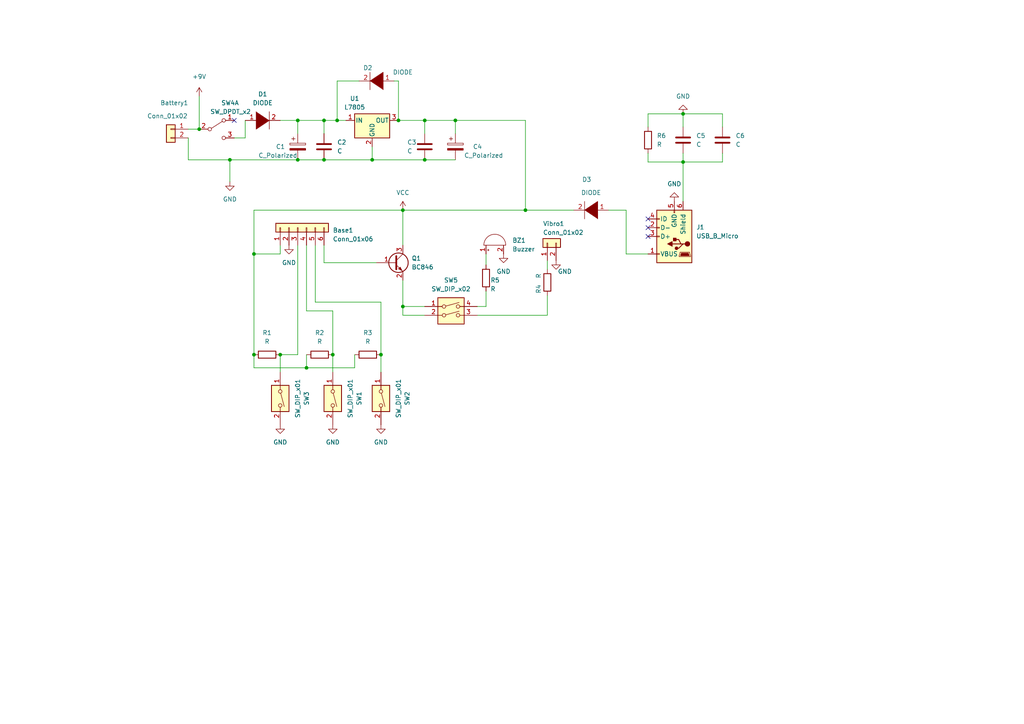
<source format=kicad_sch>
(kicad_sch (version 20210621) (generator eeschema)
  (paper "A4")
  (lib_symbols
    (symbol "Connector:USB_B_Micro" (pin_names (offset 1.016))
      (property "Reference" "J" (at -5.08 11.43 0))
      (property "Value" "USB_B_Micro" (at -5.08 8.89 0))
      (symbol "USB_B_Micro_0_1"
        (circle (center -3.81 2.159) (radius 0.635) (stroke (width 0.254)) (fill (type outline)))
        (circle (center -0.635 3.429) (radius 0.381) (stroke (width 0.254)) (fill (type outline)))
        (rectangle (start -0.127 -7.62) (end 0.127 -6.858))
        (rectangle (start 5.08 -5.207) (end 4.318 -4.953))
        (rectangle (start 5.08 -2.667) (end 4.318 -2.413))
        (rectangle (start 5.08 -0.127) (end 4.318 0.127))
        (rectangle (start 5.08 4.953) (end 4.318 5.207))
        (rectangle (start 0.254 1.27) (end -0.508 0.508) (stroke (width 0.254)) (fill (type outline)))
        (rectangle (start -5.08 -7.62) (end 5.08 7.62) (stroke (width 0.254)) (fill (type background)))
        (polyline (pts (xy -1.905 2.159) (xy 0.635 2.159)) (stroke (width 0.254)))
        (polyline (pts (xy -3.175 2.159) (xy -2.54 2.159) (xy -1.27 3.429) (xy -0.635 3.429)) (stroke (width 0.254)))
        (polyline (pts (xy -2.54 2.159) (xy -1.905 2.159) (xy -1.27 0.889) (xy 0 0.889)) (stroke (width 0.254)))
        (polyline (pts (xy -4.699 5.842) (xy -4.699 5.588) (xy -4.445 4.826) (xy -4.445 4.572) (xy -1.651 4.572) (xy -1.651 4.826) (xy -1.397 5.588) (xy -1.397 5.842) (xy -4.699 5.842)))
        (polyline (pts (xy 0.635 2.794) (xy 0.635 1.524) (xy 1.905 2.159) (xy 0.635 2.794)) (stroke (width 0.254)) (fill (type outline)))
        (polyline (pts (xy -4.318 5.588) (xy -1.778 5.588) (xy -2.032 4.826) (xy -4.064 4.826) (xy -4.318 5.588)) (fill (type outline)))
      )
      (symbol "USB_B_Micro_1_1"
        (pin power_out line (at 7.62 5.08 180) (length 2.54) (name "VBUS") (number "1"))
        (pin bidirectional line (at 7.62 -2.54 180) (length 2.54) (name "D-") (number "2"))
        (pin bidirectional line (at 7.62 0 180) (length 2.54) (name "D+") (number "3"))
        (pin passive line (at 7.62 -5.08 180) (length 2.54) (name "ID") (number "4"))
        (pin power_out line (at 0 -10.16 90) (length 2.54) (name "GND") (number "5"))
        (pin passive line (at -2.54 -10.16 90) (length 2.54) (name "Shield") (number "6"))
      )
    )
    (symbol "Connector_Generic:Conn_01x02" (pin_names (offset 1.016) hide)
      (property "Reference" "J" (at 0 2.54 0))
      (property "Value" "Conn_01x02" (at 0 -5.08 0))
      (symbol "Conn_01x02_1_1"
        (rectangle (start -1.27 -2.413) (end 0 -2.667) (stroke (width 0.1524)))
        (rectangle (start -1.27 0.127) (end 0 -0.127) (stroke (width 0.1524)))
        (rectangle (start -1.27 1.27) (end 1.27 -3.81) (stroke (width 0.254)) (fill (type background)))
        (pin passive line (at -5.08 0 0) (length 3.81) (name "Pin_1") (number "1"))
        (pin passive line (at -5.08 -2.54 0) (length 3.81) (name "Pin_2") (number "2"))
      )
    )
    (symbol "Connector_Generic:Conn_01x02_1" (pin_names (offset 1.016) hide)
      (property "Reference" "Battery1" (at 3.0481 7.62 0))
      (property "Value" "Conn_01x02" (at 6.8581 3.81 0))
      (symbol "Conn_01x02_1_1_1"
        (rectangle (start -1.27 -2.413) (end 0 -2.667) (stroke (width 0.1524)))
        (rectangle (start -1.27 0.127) (end 0 -0.127) (stroke (width 0.1524)))
        (rectangle (start -1.27 1.27) (end 1.27 -3.81) (stroke (width 0.254)) (fill (type background)))
        (pin power_out line (at -5.08 0 0) (length 3.81) (name "Pin_1") (number "1"))
        (pin passive line (at -5.08 -2.54 0) (length 3.81) (name "Pin_2") (number "2"))
      )
    )
    (symbol "Connector_Generic:Conn_01x06" (pin_names (offset 1.016) hide)
      (property "Reference" "J" (at 0 7.62 0))
      (property "Value" "Conn_01x06" (at 0 -10.16 0))
      (symbol "Conn_01x06_1_1"
        (rectangle (start -1.27 -7.493) (end 0 -7.747) (stroke (width 0.1524)))
        (rectangle (start -1.27 -4.953) (end 0 -5.207) (stroke (width 0.1524)))
        (rectangle (start -1.27 -2.413) (end 0 -2.667) (stroke (width 0.1524)))
        (rectangle (start -1.27 0.127) (end 0 -0.127) (stroke (width 0.1524)))
        (rectangle (start -1.27 2.667) (end 0 2.413) (stroke (width 0.1524)))
        (rectangle (start -1.27 5.207) (end 0 4.953) (stroke (width 0.1524)))
        (rectangle (start -1.27 6.35) (end 1.27 -8.89) (stroke (width 0.254)) (fill (type background)))
        (pin passive line (at -5.08 5.08 0) (length 3.81) (name "Pin_1") (number "1"))
        (pin passive line (at -5.08 2.54 0) (length 3.81) (name "Pin_2") (number "2"))
        (pin passive line (at -5.08 0 0) (length 3.81) (name "Pin_3") (number "3"))
        (pin passive line (at -5.08 -2.54 0) (length 3.81) (name "Pin_4") (number "4"))
        (pin passive line (at -5.08 -5.08 0) (length 3.81) (name "Pin_5") (number "5"))
        (pin passive line (at -5.08 -7.62 0) (length 3.81) (name "Pin_6") (number "6"))
      )
    )
    (symbol "Device:Buzzer" (pin_names (offset 0.0254) hide)
      (property "Reference" "BZ" (at 3.81 1.27 0))
      (property "Value" "Buzzer" (at 3.81 -1.27 0))
      (symbol "Buzzer_0_1"
        (arc (start 0 -3.175) (end 0 3.175) (radius (at 0 0) (length 3.175) (angles -89.9 89.9)))
        (polyline (pts (xy -1.651 1.905) (xy -1.143 1.905)))
        (polyline (pts (xy -1.397 2.159) (xy -1.397 1.651)))
        (polyline (pts (xy 0 3.175) (xy 0 -3.175)))
      )
      (symbol "Buzzer_1_1"
        (pin passive line (at -2.54 2.54 0) (length 2.54) (name "-") (number "1"))
        (pin passive line (at -2.54 -2.54 0) (length 2.54) (name "+") (number "2"))
      )
    )
    (symbol "Device:C" (pin_numbers hide) (pin_names (offset 0.254))
      (property "Reference" "C" (at 0.635 2.54 0))
      (property "Value" "C" (at 0.635 -2.54 0))
      (symbol "C_0_1"
        (polyline (pts (xy -2.032 -0.762) (xy 2.032 -0.762)) (stroke (width 0.508)))
        (polyline (pts (xy -2.032 0.762) (xy 2.032 0.762)) (stroke (width 0.508)))
      )
      (symbol "C_1_1"
        (pin passive line (at 0 3.81 270) (length 2.794) (name "~") (number "1"))
        (pin passive line (at 0 -3.81 90) (length 2.794) (name "~") (number "2"))
      )
    )
    (symbol "Device:C_Polarized" (pin_numbers hide) (pin_names (offset 0.254))
      (property "Reference" "C" (at 0.635 2.54 0))
      (property "Value" "C_Polarized" (at 0.635 -2.54 0))
      (symbol "C_Polarized_0_1"
        (rectangle (start -2.286 0.508) (end 2.286 1.016))
        (rectangle (start 2.286 -0.508) (end -2.286 -1.016) (fill (type outline)))
        (polyline (pts (xy -1.778 2.286) (xy -0.762 2.286)))
        (polyline (pts (xy -1.27 2.794) (xy -1.27 1.778)))
      )
      (symbol "C_Polarized_1_1"
        (pin passive line (at 0 3.81 270) (length 2.794) (name "~") (number "1"))
        (pin passive line (at 0 -3.81 90) (length 2.794) (name "~") (number "2"))
      )
    )
    (symbol "Device:R" (pin_numbers hide) (pin_names (offset 0))
      (property "Reference" "R" (at 2.032 0 90))
      (property "Value" "R" (at 0 0 90))
      (symbol "R_0_1"
        (rectangle (start -1.016 -2.54) (end 1.016 2.54) (stroke (width 0.254)))
      )
      (symbol "R_1_1"
        (pin passive line (at 0 3.81 270) (length 1.27) (name "~") (number "1"))
        (pin passive line (at 0 -3.81 90) (length 1.27) (name "~") (number "2"))
      )
    )
    (symbol "Regulator_Linear:L7805" (pin_names (offset 0.254))
      (property "Reference" "U" (at -3.81 3.175 0))
      (property "Value" "L7805" (at 0 3.175 0))
      (symbol "L7805_0_1"
        (rectangle (start -5.08 1.905) (end 5.08 -5.08) (stroke (width 0.254)) (fill (type background)))
      )
      (symbol "L7805_1_1"
        (pin power_in line (at -7.62 0 0) (length 2.54) (name "IN") (number "1"))
        (pin power_in line (at 0 -7.62 90) (length 2.54) (name "GND") (number "2"))
        (pin power_out line (at 7.62 0 180) (length 2.54) (name "OUT") (number "3"))
      )
    )
    (symbol "Switch:SW_DIP_x01" (pin_names (offset 0) hide)
      (property "Reference" "SW" (at 0 3.81 0))
      (property "Value" "SW_DIP_x01" (at 0 -3.81 0))
      (symbol "SW_DIP_x01_0_0"
        (circle (center -2.032 0) (radius 0.508))
        (circle (center 2.032 0) (radius 0.508))
        (polyline (pts (xy -1.524 0.127) (xy 2.3622 1.1684)))
      )
      (symbol "SW_DIP_x01_0_1"
        (rectangle (start -3.81 2.54) (end 3.81 -2.54) (stroke (width 0.254)) (fill (type background)))
      )
      (symbol "SW_DIP_x01_1_1"
        (pin passive line (at -7.62 0 0) (length 5.08) (name "~") (number "1"))
        (pin passive line (at 7.62 0 180) (length 5.08) (name "~") (number "2"))
      )
    )
    (symbol "Switch:SW_DIP_x02" (pin_names (offset 0) hide)
      (property "Reference" "SW" (at 0 6.35 0))
      (property "Value" "SW_DIP_x02" (at 0 -3.81 0))
      (symbol "SW_DIP_x02_0_0"
        (circle (center -2.032 0) (radius 0.508))
        (circle (center -2.032 2.54) (radius 0.508))
        (circle (center 2.032 0) (radius 0.508))
        (circle (center 2.032 2.54) (radius 0.508))
        (polyline (pts (xy -1.524 0.127) (xy 2.3622 1.1684)))
        (polyline (pts (xy -1.524 2.667) (xy 2.3622 3.7084)))
      )
      (symbol "SW_DIP_x02_0_1"
        (rectangle (start -3.81 5.08) (end 3.81 -2.54) (stroke (width 0.254)) (fill (type background)))
      )
      (symbol "SW_DIP_x02_1_1"
        (pin passive line (at -7.62 2.54 0) (length 5.08) (name "~") (number "1"))
        (pin passive line (at -7.62 0 0) (length 5.08) (name "~") (number "2"))
        (pin passive line (at 7.62 0 180) (length 5.08) (name "~") (number "3"))
        (pin passive line (at 7.62 2.54 180) (length 5.08) (name "~") (number "4"))
      )
    )
    (symbol "Switch:SW_DPDT_x2" (pin_names (offset 0) hide)
      (property "Reference" "SW" (at 0 4.318 0))
      (property "Value" "SW_DPDT_x2" (at 0 -5.08 0))
      (symbol "SW_DPDT_x2_0_0"
        (circle (center -2.032 0) (radius 0.508))
        (circle (center 2.032 -2.54) (radius 0.508))
      )
      (symbol "SW_DPDT_x2_0_1"
        (circle (center 2.032 2.54) (radius 0.508))
        (polyline (pts (xy -1.524 0.254) (xy 1.651 2.286)))
      )
      (symbol "SW_DPDT_x2_1_1"
        (pin passive line (at 5.08 2.54 180) (length 2.54) (name "A") (number "1"))
        (pin passive line (at -5.08 0 0) (length 2.54) (name "B") (number "2"))
        (pin passive line (at 5.08 -2.54 180) (length 2.54) (name "C") (number "3"))
      )
      (symbol "SW_DPDT_x2_2_1"
        (pin passive line (at 5.08 2.54 180) (length 2.54) (name "A") (number "4"))
        (pin passive line (at -5.08 0 0) (length 2.54) (name "B") (number "5"))
        (pin passive line (at 5.08 -2.54 180) (length 2.54) (name "C") (number "6"))
      )
    )
    (symbol "Transistor_BJT:BC846" (pin_names (offset 0) hide)
      (property "Reference" "Q" (at 5.08 1.905 0))
      (property "Value" "BC846" (at 5.08 0 0))
      (symbol "BC846_0_1"
        (circle (center 1.27 0) (radius 2.8194) (stroke (width 0.254)))
        (polyline (pts (xy 0.635 0.635) (xy 2.54 2.54)))
        (polyline (pts (xy 0.635 -0.635) (xy 2.54 -2.54) (xy 2.54 -2.54)))
        (polyline (pts (xy 0.635 1.905) (xy 0.635 -1.905) (xy 0.635 -1.905)) (stroke (width 0.508)))
        (polyline (pts (xy 1.27 -1.778) (xy 1.778 -1.27) (xy 2.286 -2.286) (xy 1.27 -1.778) (xy 1.27 -1.778)) (fill (type outline)))
      )
      (symbol "BC846_1_1"
        (pin input line (at -5.08 0 0) (length 5.715) (name "B") (number "1"))
        (pin passive line (at 2.54 -5.08 90) (length 2.54) (name "E") (number "2"))
        (pin passive line (at 2.54 5.08 270) (length 2.54) (name "C") (number "3"))
      )
    )
    (symbol "power:+9V" (power) (pin_names (offset 0))
      (property "Value" "+9V" (at 0 3.556 0))
      (symbol "+9V_0_1"
        (polyline (pts (xy -0.762 1.27) (xy 0 2.54)))
        (polyline (pts (xy 0 0) (xy 0 2.54)))
        (polyline (pts (xy 0 2.54) (xy 0.762 1.27)))
      )
      (symbol "+9V_1_1"
        (pin power_in line (at 0 0 90) (length 0) hide (name "+9V") (number "1"))
      )
    )
    (symbol "power:GND" (power) (pin_names (offset 0))
      (property "Value" "GND" (at 0 -3.81 0))
      (symbol "GND_0_1"
        (polyline (pts (xy 0 0) (xy 0 -1.27) (xy 1.27 -1.27) (xy 0 -2.54) (xy -1.27 -1.27) (xy 0 -1.27)))
      )
      (symbol "GND_1_1"
        (pin power_in line (at 0 0 270) (length 0) hide (name "GND") (number "1"))
      )
    )
    (symbol "power:VCC" (power) (pin_names (offset 0))
      (property "Value" "VCC" (at 0 3.81 0))
      (symbol "VCC_0_1"
        (polyline (pts (xy -0.762 1.27) (xy 0 2.54)))
        (polyline (pts (xy 0 0) (xy 0 2.54)))
        (polyline (pts (xy 0 2.54) (xy 0.762 1.27)))
      )
      (symbol "VCC_1_1"
        (pin power_in line (at 0 0 90) (length 0) hide (name "VCC") (number "1"))
      )
    )
    (symbol "pspice:DIODE" (pin_names (offset 1.016) hide)
      (property "Reference" "D" (at 0 3.81 0))
      (property "Value" "DIODE" (at 0 -4.445 0))
      (symbol "DIODE_0_1"
        (polyline (pts (xy 1.905 2.54) (xy 1.905 -2.54)))
        (polyline (pts (xy -1.905 2.54) (xy -1.905 -2.54) (xy 1.905 0)) (fill (type outline)))
      )
      (symbol "DIODE_1_1"
        (pin input line (at -5.08 0 0) (length 3.81) (name "K") (number "1"))
        (pin input line (at 5.08 0 180) (length 3.81) (name "A") (number "2"))
      )
    )
  )
  (junction (at 57.785 37.465) (diameter 0.9144))
  (junction (at 66.675 46.355) (diameter 0.9144))
  (junction (at 73.66 73.66) (diameter 0.9144))
  (junction (at 73.66 102.87) (diameter 0.9144))
  (junction (at 81.28 102.87) (diameter 0.9144))
  (junction (at 86.36 34.925) (diameter 0.9144))
  (junction (at 86.36 46.355) (diameter 0.9144))
  (junction (at 88.9 106.68) (diameter 0.9144))
  (junction (at 93.98 34.925) (diameter 0.9144))
  (junction (at 93.98 46.355) (diameter 0.9144))
  (junction (at 96.52 102.87) (diameter 0.9144))
  (junction (at 97.79 34.925) (diameter 0.9144))
  (junction (at 107.95 46.355) (diameter 0.9144))
  (junction (at 110.49 102.87) (diameter 0.9144))
  (junction (at 115.57 34.925) (diameter 0.9144))
  (junction (at 116.84 60.96) (diameter 0.9144))
  (junction (at 116.84 88.9) (diameter 0.9144))
  (junction (at 123.19 34.925) (diameter 0.9144))
  (junction (at 123.19 46.355) (diameter 0.9144))
  (junction (at 132.08 34.925) (diameter 0.9144))
  (junction (at 152.4 60.96) (diameter 0.9144))
  (junction (at 198.12 33.02) (diameter 0.9144))
  (junction (at 198.12 46.99) (diameter 0.9144))
  (no_connect (at 67.945 34.925))
  (no_connect (at 187.96 63.5))
  (no_connect (at 187.96 66.04))
  (no_connect (at 187.96 68.58))
  (wire (pts (xy 54.61 40.005) (xy 54.61 46.355)))
  (wire (pts (xy 54.61 46.355) (xy 66.675 46.355)))
  (wire (pts (xy 57.785 27.94) (xy 57.785 37.465)))
  (wire (pts (xy 57.785 37.465) (xy 54.61 37.465)))
  (wire (pts (xy 66.675 46.355) (xy 66.675 52.705)))
  (wire (pts (xy 67.945 40.005) (xy 71.12 40.005)))
  (wire (pts (xy 71.12 40.005) (xy 71.12 34.925)))
  (wire (pts (xy 73.66 60.96) (xy 116.84 60.96)))
  (wire (pts (xy 73.66 73.66) (xy 73.66 60.96)))
  (wire (pts (xy 73.66 73.66) (xy 73.66 102.87)))
  (wire (pts (xy 73.66 102.87) (xy 73.66 106.68)))
  (wire (pts (xy 73.66 106.68) (xy 88.9 106.68)))
  (wire (pts (xy 81.28 34.925) (xy 86.36 34.925)))
  (wire (pts (xy 81.28 71.12) (xy 81.28 73.66)))
  (wire (pts (xy 81.28 73.66) (xy 73.66 73.66)))
  (wire (pts (xy 81.28 102.87) (xy 81.28 107.95)))
  (wire (pts (xy 81.28 102.87) (xy 86.36 102.87)))
  (wire (pts (xy 86.36 34.925) (xy 86.36 38.735)))
  (wire (pts (xy 86.36 34.925) (xy 93.98 34.925)))
  (wire (pts (xy 86.36 46.355) (xy 66.675 46.355)))
  (wire (pts (xy 86.36 71.12) (xy 86.36 102.87)))
  (wire (pts (xy 88.9 90.17) (xy 88.9 71.12)))
  (wire (pts (xy 88.9 106.68) (xy 88.9 102.87)))
  (wire (pts (xy 88.9 106.68) (xy 102.87 106.68)))
  (wire (pts (xy 91.44 71.12) (xy 91.44 87.63)))
  (wire (pts (xy 93.98 34.925) (xy 93.98 38.735)))
  (wire (pts (xy 93.98 34.925) (xy 97.79 34.925)))
  (wire (pts (xy 93.98 46.355) (xy 86.36 46.355)))
  (wire (pts (xy 93.98 71.12) (xy 93.98 76.2)))
  (wire (pts (xy 93.98 76.2) (xy 109.22 76.2)))
  (wire (pts (xy 96.52 90.17) (xy 88.9 90.17)))
  (wire (pts (xy 96.52 102.87) (xy 96.52 90.17)))
  (wire (pts (xy 96.52 102.87) (xy 96.52 107.95)))
  (wire (pts (xy 97.79 23.495) (xy 97.79 34.925)))
  (wire (pts (xy 97.79 34.925) (xy 100.33 34.925)))
  (wire (pts (xy 102.87 106.68) (xy 102.87 102.87)))
  (wire (pts (xy 104.14 23.495) (xy 97.79 23.495)))
  (wire (pts (xy 107.95 42.545) (xy 107.95 46.355)))
  (wire (pts (xy 107.95 46.355) (xy 93.98 46.355)))
  (wire (pts (xy 110.49 87.63) (xy 91.44 87.63)))
  (wire (pts (xy 110.49 102.87) (xy 110.49 87.63)))
  (wire (pts (xy 110.49 102.87) (xy 110.49 107.95)))
  (wire (pts (xy 114.3 23.495) (xy 115.57 23.495)))
  (wire (pts (xy 115.57 23.495) (xy 115.57 34.925)))
  (wire (pts (xy 116.84 60.96) (xy 116.84 71.12)))
  (wire (pts (xy 116.84 81.28) (xy 116.84 88.9)))
  (wire (pts (xy 116.84 88.9) (xy 116.84 91.44)))
  (wire (pts (xy 116.84 88.9) (xy 123.19 88.9)))
  (wire (pts (xy 116.84 91.44) (xy 123.19 91.44)))
  (wire (pts (xy 123.19 34.925) (xy 115.57 34.925)))
  (wire (pts (xy 123.19 38.735) (xy 123.19 34.925)))
  (wire (pts (xy 123.19 46.355) (xy 107.95 46.355)))
  (wire (pts (xy 132.08 34.925) (xy 123.19 34.925)))
  (wire (pts (xy 132.08 34.925) (xy 152.4 34.925)))
  (wire (pts (xy 132.08 38.735) (xy 132.08 34.925)))
  (wire (pts (xy 132.08 46.355) (xy 123.19 46.355)))
  (wire (pts (xy 138.43 88.9) (xy 140.97 88.9)))
  (wire (pts (xy 140.97 76.835) (xy 140.97 73.66)))
  (wire (pts (xy 140.97 84.455) (xy 140.97 88.9)))
  (wire (pts (xy 152.4 34.925) (xy 152.4 60.96)))
  (wire (pts (xy 152.4 60.96) (xy 116.84 60.96)))
  (wire (pts (xy 158.75 78.105) (xy 158.75 75.565)))
  (wire (pts (xy 158.75 85.725) (xy 158.75 91.44)))
  (wire (pts (xy 158.75 91.44) (xy 138.43 91.44)))
  (wire (pts (xy 166.37 60.96) (xy 152.4 60.96)))
  (wire (pts (xy 181.61 60.96) (xy 176.53 60.96)))
  (wire (pts (xy 181.61 73.66) (xy 181.61 60.96)))
  (wire (pts (xy 187.96 33.02) (xy 198.12 33.02)))
  (wire (pts (xy 187.96 36.83) (xy 187.96 33.02)))
  (wire (pts (xy 187.96 44.45) (xy 187.96 46.99)))
  (wire (pts (xy 187.96 46.99) (xy 198.12 46.99)))
  (wire (pts (xy 187.96 73.66) (xy 181.61 73.66)))
  (wire (pts (xy 198.12 33.02) (xy 198.12 36.83)))
  (wire (pts (xy 198.12 33.02) (xy 209.55 33.02)))
  (wire (pts (xy 198.12 44.45) (xy 198.12 46.99)))
  (wire (pts (xy 198.12 46.99) (xy 198.12 58.42)))
  (wire (pts (xy 198.12 46.99) (xy 209.55 46.99)))
  (wire (pts (xy 209.55 33.02) (xy 209.55 36.83)))
  (wire (pts (xy 209.55 46.99) (xy 209.55 44.45)))
  (symbol (lib_id "power:+9V") (at 57.785 27.94 0) (unit 1)
    (property "Reference" "#PWR08" (effects hide))
    (property "Value" "+9V" (at 57.785 22.225 0))
  )
  (symbol (lib_id "power:VCC") (at 116.84 60.96 0) (unit 1)
    (property "Reference" "#5v01" (effects hide))
    (property "Value" "VCC" (at 116.84 55.88 0))
  )
  (symbol (lib_id "power:GND") (at 66.675 52.705 0) (unit 1)
    (property "Reference" "#PWR09" (effects hide))
    (property "Value" "GND" (at 66.675 57.785 0))
  )
  (symbol (lib_id "power:GND") (at 81.28 123.19 0) (unit 1)
    (property "Reference" "#PWR01" (effects hide))
    (property "Value" "GND" (at 81.28 128.27 0))
  )
  (symbol (lib_id "power:GND") (at 83.82 71.12 0) (unit 1)
    (property "Reference" "#PWR02" (effects hide))
    (property "Value" "GND" (at 83.82 76.2 0))
  )
  (symbol (lib_id "power:GND") (at 96.52 123.19 0) (unit 1)
    (property "Reference" "#PWR03" (effects hide))
    (property "Value" "GND" (at 96.52 128.27 0))
  )
  (symbol (lib_id "power:GND") (at 110.49 123.19 0) (unit 1)
    (property "Reference" "#PWR04" (effects hide))
    (property "Value" "GND" (at 110.49 128.27 0))
  )
  (symbol (lib_id "power:GND") (at 146.05 73.66 0) (unit 1)
    (property "Reference" "#PWR06" (effects hide))
    (property "Value" "GND" (at 146.05 78.74 0))
  )
  (symbol (lib_id "power:GND") (at 161.29 75.565 0) (unit 1)
    (property "Reference" "#PWR05" (effects hide))
    (property "Value" "GND" (at 163.83 78.74 0))
  )
  (symbol (lib_id "power:GND") (at 195.58 58.42 180) (unit 1)
    (property "Reference" "#PWR07" (effects hide))
    (property "Value" "GND" (at 195.58 53.34 0))
  )
  (symbol (lib_id "power:GND") (at 198.12 33.02 180) (unit 1)
    (property "Reference" "#PWR010" (effects hide))
    (property "Value" "GND" (at 198.12 27.94 0))
  )
  (symbol (lib_id "Device:R") (at 77.47 102.87 90) (unit 1)
    (property "Reference" "R1" (at 77.47 96.52 90))
    (property "Value" "R" (at 77.47 99.06 90))
    (property "Footprint" "Resistor_SMD:R_1206_3216Metric_Pad1.30x1.75mm_HandSolder" (effects hide))
  )
  (symbol (lib_id "Device:R") (at 92.71 102.87 90) (unit 1)
    (property "Reference" "R2" (at 92.71 96.52 90))
    (property "Value" "R" (at 92.71 99.06 90))
    (property "Footprint" "Resistor_SMD:R_1206_3216Metric_Pad1.30x1.75mm_HandSolder" (effects hide))
  )
  (symbol (lib_id "Device:R") (at 106.68 102.87 90) (unit 1)
    (property "Reference" "R3" (at 106.68 96.52 90))
    (property "Value" "R" (at 106.68 99.06 90))
    (property "Footprint" "Resistor_SMD:R_1206_3216Metric_Pad1.30x1.75mm_HandSolder" (effects hide))
  )
  (symbol (lib_id "Device:R") (at 140.97 80.645 180) (unit 1)
    (property "Reference" "R5" (at 142.24 81.2799 0) (effects (justify right)))
    (property "Value" "R" (at 142.24 83.8199 0) (effects (justify right)))
    (property "Footprint" "Resistor_SMD:R_1206_3216Metric_Pad1.30x1.75mm_HandSolder" (effects hide))
  )
  (symbol (lib_id "Device:R") (at 158.75 81.915 0) (mirror y) (unit 1)
    (property "Reference" "R4" (at 156.21 83.82 90))
    (property "Value" "R" (at 156.21 80.01 90))
    (property "Footprint" "Resistor_SMD:R_1206_3216Metric_Pad1.30x1.75mm_HandSolder" (effects hide))
  )
  (symbol (lib_id "Device:R") (at 187.96 40.64 0) (unit 1)
    (property "Reference" "R6" (at 190.5 39.3699 0) (effects (justify left)))
    (property "Value" "R" (at 190.5 41.9099 0) (effects (justify left)))
    (property "Footprint" "Resistor_SMD:R_1206_3216Metric_Pad1.30x1.75mm_HandSolder" (effects hide))
  )
  (symbol (lib_name "Connector_Generic:Conn_01x02_1") (lib_id "Connector_Generic:Conn_01x02") (at 49.53 37.465 0) (mirror y) (unit 1)
    (property "Reference" "Battery1" (at 46.4819 29.845 0) (effects (justify right)))
    (property "Value" "Conn_01x02" (at 42.6719 33.655 0) (effects (justify right)))
    (property "Footprint" "Connector_JST:JST_XH_B2B-XH-A_1x02_P2.50mm_Vertical" (effects hide))
  )
  (symbol (lib_id "Connector_Generic:Conn_01x02") (at 158.75 70.485 90) (unit 1)
    (property "Reference" "Vibro1" (at 157.48 64.8969 90) (effects (justify right)))
    (property "Value" "Conn_01x02" (at 157.48 67.4369 90) (effects (justify right)))
    (property "Footprint" "Connector_JST:JST_XH_B2B-XH-A_1x02_P2.50mm_Vertical" (effects hide))
  )
  (symbol (lib_id "Device:C_Polarized") (at 86.36 42.545 0) (unit 1)
    (property "Reference" "C1" (at 80.01 42.5449 0) (effects (justify left)))
    (property "Value" "C_Polarized" (at 74.93 45.0849 0) (effects (justify left)))
    (property "Footprint" "Capacitor_THT:CP_Radial_D10.0mm_P5.00mm" (effects hide))
  )
  (symbol (lib_id "Device:C") (at 93.98 42.545 0) (unit 1)
    (property "Reference" "C2" (at 97.79 41.2749 0) (effects (justify left)))
    (property "Value" "C" (at 97.79 43.8149 0) (effects (justify left)))
    (property "Footprint" "Capacitor_SMD:C_0402_1005Metric_Pad0.74x0.62mm_HandSolder" (effects hide))
  )
  (symbol (lib_id "Device:C") (at 123.19 42.545 0) (unit 1)
    (property "Reference" "C3" (at 118.11 41.2749 0) (effects (justify left)))
    (property "Value" "C" (at 118.11 43.8149 0) (effects (justify left)))
    (property "Footprint" "Capacitor_SMD:C_0402_1005Metric_Pad0.74x0.62mm_HandSolder" (effects hide))
  )
  (symbol (lib_id "Device:C_Polarized") (at 132.08 42.545 0) (unit 1)
    (property "Reference" "C4" (at 137.16 42.5449 0) (effects (justify left)))
    (property "Value" "C_Polarized" (at 134.62 45.0849 0) (effects (justify left)))
    (property "Footprint" "Capacitor_THT:CP_Radial_D10.0mm_P5.00mm" (effects hide))
  )
  (symbol (lib_id "Device:C") (at 198.12 40.64 0) (unit 1)
    (property "Reference" "C5" (at 201.93 39.3699 0) (effects (justify left)))
    (property "Value" "C" (at 201.93 41.9099 0) (effects (justify left)))
    (property "Footprint" "Capacitor_SMD:C_0402_1005Metric_Pad0.74x0.62mm_HandSolder" (effects hide))
  )
  (symbol (lib_id "Device:C") (at 209.55 40.64 0) (unit 1)
    (property "Reference" "C6" (at 213.36 39.3699 0) (effects (justify left)))
    (property "Value" "C" (at 213.36 41.9099 0) (effects (justify left)))
    (property "Footprint" "Capacitor_SMD:C_0402_1005Metric_Pad0.74x0.62mm_HandSolder" (effects hide))
  )
  (symbol (lib_id "Device:Buzzer") (at 143.51 71.12 90) (unit 1)
    (property "Reference" "BZ1" (at 148.59 69.7229 90) (effects (justify right)))
    (property "Value" "Buzzer" (at 148.59 72.2629 90) (effects (justify right)))
    (property "Footprint" "Buzzer_Beeper:Buzzer_12x9.5RM7.6" (effects hide))
  )
  (symbol (lib_id "pspice:DIODE") (at 76.2 34.925 0) (unit 1)
    (property "Reference" "D1" (at 76.2 27.305 0))
    (property "Value" "DIODE" (at 76.2 29.845 0))
    (property "Footprint" "Diode_SMD:D_SOD-123F" (effects hide))
  )
  (symbol (lib_id "pspice:DIODE") (at 109.22 23.495 180) (unit 1)
    (property "Reference" "D2" (at 106.68 19.685 0))
    (property "Value" "DIODE" (at 116.84 20.955 0))
    (property "Footprint" "Diode_SMD:D_SOD-123F" (effects hide))
  )
  (symbol (lib_id "pspice:DIODE") (at 171.45 60.96 180) (unit 1)
    (property "Reference" "D3" (at 170.18 52.07 0))
    (property "Value" "DIODE" (at 171.45 55.88 0))
    (property "Footprint" "Diode_SMD:D_SOD-123F" (effects hide))
  )
  (symbol (lib_id "Switch:SW_DPDT_x2") (at 62.865 37.465 0) (unit 1)
    (property "Reference" "SW4" (at 64.1349 29.845 0) (effects (justify left)))
    (property "Value" "SW_DPDT_x2" (at 60.9599 32.385 0) (effects (justify left)))
    (property "Footprint" "Footprints:L_KLS7_SS_12F19_G5" (effects hide))
  )
  (symbol (lib_id "Switch:SW_DIP_x01") (at 81.28 115.57 270) (unit 1)
    (property "Reference" "SW3" (at 88.9 115.57 0))
    (property "Value" "SW_DIP_x01" (at 86.36 115.57 0))
    (property "Footprint" "Button_Switch_THT:SW_PUSH_6mm" (effects hide))
  )
  (symbol (lib_id "Switch:SW_DIP_x01") (at 96.52 115.57 270) (unit 1)
    (property "Reference" "SW1" (at 104.14 115.57 0))
    (property "Value" "SW_DIP_x01" (at 101.6 115.57 0))
    (property "Footprint" "Button_Switch_THT:SW_PUSH-12mm" (effects hide))
  )
  (symbol (lib_id "Switch:SW_DIP_x01") (at 110.49 115.57 270) (unit 1)
    (property "Reference" "SW2" (at 118.11 115.57 0))
    (property "Value" "SW_DIP_x01" (at 115.57 115.57 0))
    (property "Footprint" "Button_Switch_THT:SW_PUSH_6mm" (effects hide))
  )
  (symbol (lib_id "Transistor_BJT:BC846") (at 114.3 76.2 0) (unit 1)
    (property "Reference" "Q1" (at 119.38 74.9299 0) (effects (justify left)))
    (property "Value" "BC846" (at 119.38 77.4699 0) (effects (justify left)))
    (property "Footprint" "Package_TO_SOT_SMD:SOT-23" (effects hide))
    (property "Datasheet" "https://assets.nexperia.com/documents/data-sheet/BC846_SER.pdf" (effects hide))
  )
  (symbol (lib_id "Connector_Generic:Conn_01x06") (at 86.36 66.04 90) (unit 1)
    (property "Reference" "Base1" (at 96.52 66.8019 90) (effects (justify right)))
    (property "Value" "Conn_01x06" (at 96.52 69.3419 90) (effects (justify right)))
    (property "Footprint" "Connector_JST:JST_XH_B6B-XH-A_1x06_P2.50mm_Vertical" (effects hide))
  )
  (symbol (lib_id "Switch:SW_DIP_x02") (at 130.81 91.44 0) (unit 1)
    (property "Reference" "SW5" (at 130.81 81.28 0))
    (property "Value" "SW_DIP_x02" (at 130.81 83.82 0))
    (property "Footprint" "Button_Switch_THT:SW_DIP_SPSTx02_Slide_9.78x7.26mm_W7.62mm_P2.54mm" (effects hide))
  )
  (symbol (lib_id "Regulator_Linear:L7805") (at 107.95 34.925 0) (unit 1)
    (property "Reference" "U1" (at 102.87 28.575 0))
    (property "Value" "L7805" (at 102.87 31.115 0))
    (property "Footprint" "Package_TO_SOT_THT:TO-220-3_Horizontal_TabDown" (effects hide))
    (property "Datasheet" "http://www.st.com/content/ccc/resource/technical/document/datasheet/41/4f/b3/b0/12/d4/47/88/CD00000444.pdf/files/CD00000444.pdf/jcr:content/translations/en.CD00000444.pdf" (effects hide))
  )
  (symbol (lib_id "Connector:USB_B_Micro") (at 195.58 68.58 180) (unit 1)
    (property "Reference" "J1" (at 201.93 65.9129 0) (effects (justify right)))
    (property "Value" "USB_B_Micro" (at 201.93 68.4529 0) (effects (justify right)))
    (property "Footprint" "Connector_USB:USB_Micro-B_Molex_47346-0001" (effects hide))
  )
)
</source>
